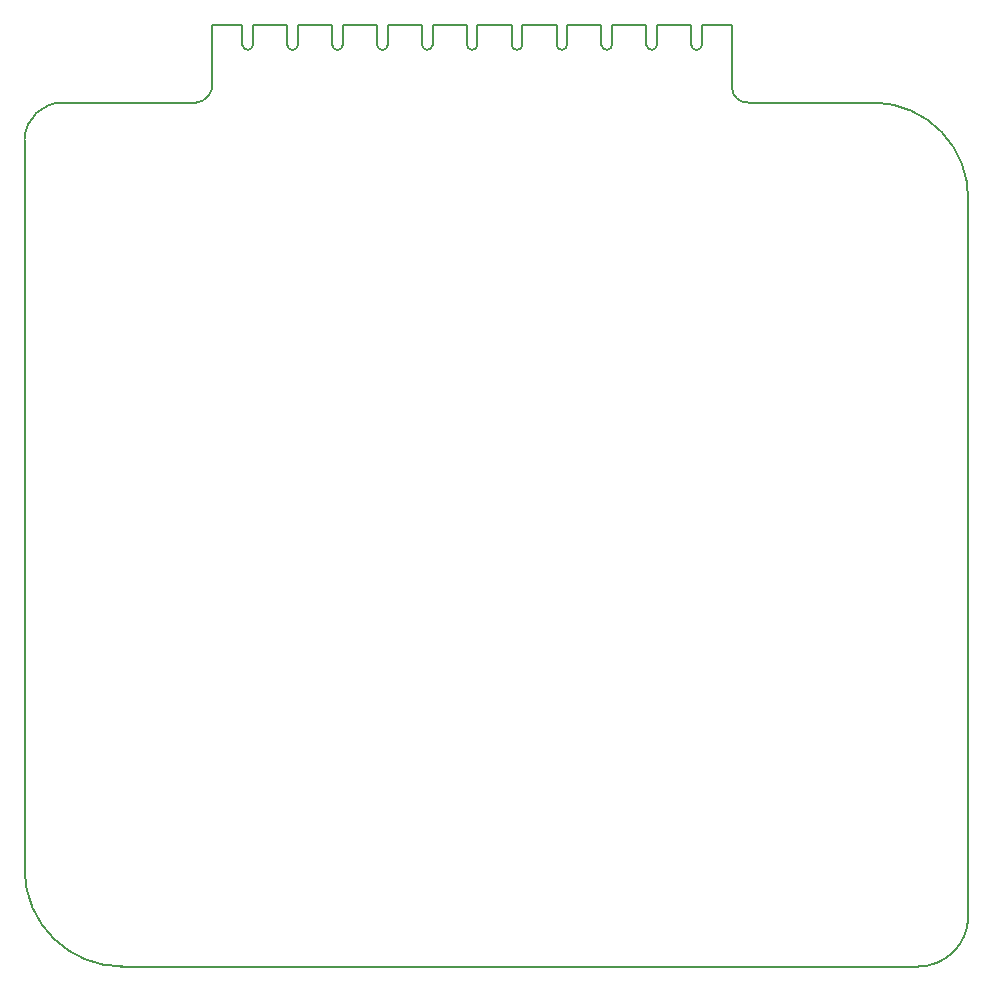
<source format=gbr>
G04 #@! TF.FileFunction,Profile,NP*
%FSLAX46Y46*%
G04 Gerber Fmt 4.6, Leading zero omitted, Abs format (unit mm)*
G04 Created by KiCad (PCBNEW 4.0.6) date 06/28/17 12:26:06*
%MOMM*%
%LPD*%
G01*
G04 APERTURE LIST*
%ADD10C,0.100000*%
%ADD11C,0.150000*%
G04 APERTURE END LIST*
D10*
D11*
X129300000Y-87750000D02*
X126750000Y-87750000D01*
X133100000Y-87750000D02*
X130200000Y-87750000D01*
X134000000Y-87750000D02*
X136900000Y-87750000D01*
X140700000Y-87750000D02*
X137800000Y-87750000D01*
X144500000Y-87750000D02*
X141600000Y-87750000D01*
X148300000Y-87750000D02*
X145400000Y-87750000D01*
X152100000Y-87750000D02*
X149200000Y-87750000D01*
X155900000Y-87750000D02*
X153000000Y-87750000D01*
X159700000Y-87750000D02*
X156800000Y-87750000D01*
X163500000Y-87750000D02*
X160600000Y-87750000D01*
X167300000Y-87750000D02*
X164400000Y-87750000D01*
X170750000Y-87750000D02*
X168200000Y-87750000D01*
X167300000Y-89450000D02*
G75*
G03X167750000Y-89900000I450000J0D01*
G01*
X167750000Y-89900000D02*
G75*
G03X168200000Y-89450000I0J450000D01*
G01*
X163500000Y-89450000D02*
G75*
G03X163950000Y-89900000I450000J0D01*
G01*
X163950000Y-89900000D02*
G75*
G03X164400000Y-89450000I0J450000D01*
G01*
X159700000Y-89450000D02*
G75*
G03X160150000Y-89900000I450000J0D01*
G01*
X160150000Y-89900000D02*
G75*
G03X160600000Y-89450000I0J450000D01*
G01*
X155900000Y-89450000D02*
G75*
G03X156350000Y-89900000I450000J0D01*
G01*
X156350000Y-89900000D02*
G75*
G03X156800000Y-89450000I0J450000D01*
G01*
X152100000Y-89450000D02*
G75*
G03X152550000Y-89900000I450000J0D01*
G01*
X152550000Y-89900000D02*
G75*
G03X153000000Y-89450000I0J450000D01*
G01*
X148300000Y-89450000D02*
G75*
G03X148750000Y-89900000I450000J0D01*
G01*
X148750000Y-89900000D02*
G75*
G03X149200000Y-89450000I0J450000D01*
G01*
X144500000Y-89450000D02*
G75*
G03X144950000Y-89900000I450000J0D01*
G01*
X144950000Y-89900000D02*
G75*
G03X145400000Y-89450000I0J450000D01*
G01*
X140700000Y-89450000D02*
G75*
G03X141150000Y-89900000I450000J0D01*
G01*
X141150000Y-89900000D02*
G75*
G03X141600000Y-89450000I0J450000D01*
G01*
X136900000Y-89450000D02*
G75*
G03X137350000Y-89900000I450000J0D01*
G01*
X137350000Y-89900000D02*
G75*
G03X137800000Y-89450000I0J450000D01*
G01*
X133100000Y-89450000D02*
G75*
G03X133550000Y-89900000I450000J0D01*
G01*
X133550000Y-89900000D02*
G75*
G03X134000000Y-89450000I0J450000D01*
G01*
X129300000Y-89450000D02*
G75*
G03X129750000Y-89900000I450000J0D01*
G01*
X129750000Y-89900000D02*
G75*
G03X130200000Y-89450000I0J450000D01*
G01*
X167300000Y-89450000D02*
X167300000Y-87750000D01*
X168200000Y-89450000D02*
X168200000Y-87750000D01*
X164400000Y-89450000D02*
X164400000Y-87750000D01*
X163500000Y-89450000D02*
X163500000Y-87750000D01*
X159700000Y-89450000D02*
X159700000Y-87750000D01*
X160600000Y-89450000D02*
X160600000Y-87750000D01*
X156800000Y-89450000D02*
X156800000Y-87750000D01*
X155900000Y-89450000D02*
X155900000Y-87750000D01*
X152100000Y-89450000D02*
X152100000Y-87750000D01*
X153000000Y-89450000D02*
X153000000Y-87750000D01*
X149200000Y-89450000D02*
X149200000Y-87750000D01*
X148300000Y-89450000D02*
X148300000Y-87750000D01*
X144500000Y-89450000D02*
X144500000Y-87750000D01*
X145400000Y-89450000D02*
X145400000Y-87750000D01*
X141600000Y-89450000D02*
X141600000Y-87750000D01*
X140700000Y-89450000D02*
X140700000Y-87750000D01*
X136900000Y-89450000D02*
X136900000Y-87750000D01*
X137800000Y-89450000D02*
X137800000Y-87750000D01*
X134000000Y-89450000D02*
X134000000Y-87750000D01*
X133100000Y-89450000D02*
X133100000Y-87750000D01*
X129300000Y-89450000D02*
X129300000Y-87750000D01*
X130200000Y-89450000D02*
X130200000Y-87750000D01*
X172150000Y-94350000D02*
X182850000Y-94350000D01*
X170750000Y-93150000D02*
X170750000Y-87750000D01*
X170750000Y-93150000D02*
G75*
G03X172150000Y-94350000I1300000J100000D01*
G01*
X186500000Y-167500000D02*
G75*
G03X190750000Y-163250000I0J4250000D01*
G01*
X110850000Y-159350000D02*
G75*
G03X119200000Y-167500000I8250000J100000D01*
G01*
X125350000Y-94350000D02*
X114150000Y-94350000D01*
X126750000Y-87750000D02*
X126750000Y-92750000D01*
X125350000Y-94350000D02*
G75*
G03X126750000Y-92750000I-100000J1500000D01*
G01*
X114150000Y-94350000D02*
G75*
G03X110850000Y-97450000I-100000J-3200000D01*
G01*
X190750000Y-102650000D02*
G75*
G03X182850000Y-94350000I-8100000J200000D01*
G01*
X190750000Y-163250000D02*
X190750000Y-102250000D01*
X119050000Y-167500000D02*
X186500000Y-167500000D01*
X110850000Y-97500000D02*
X110850000Y-159300000D01*
M02*

</source>
